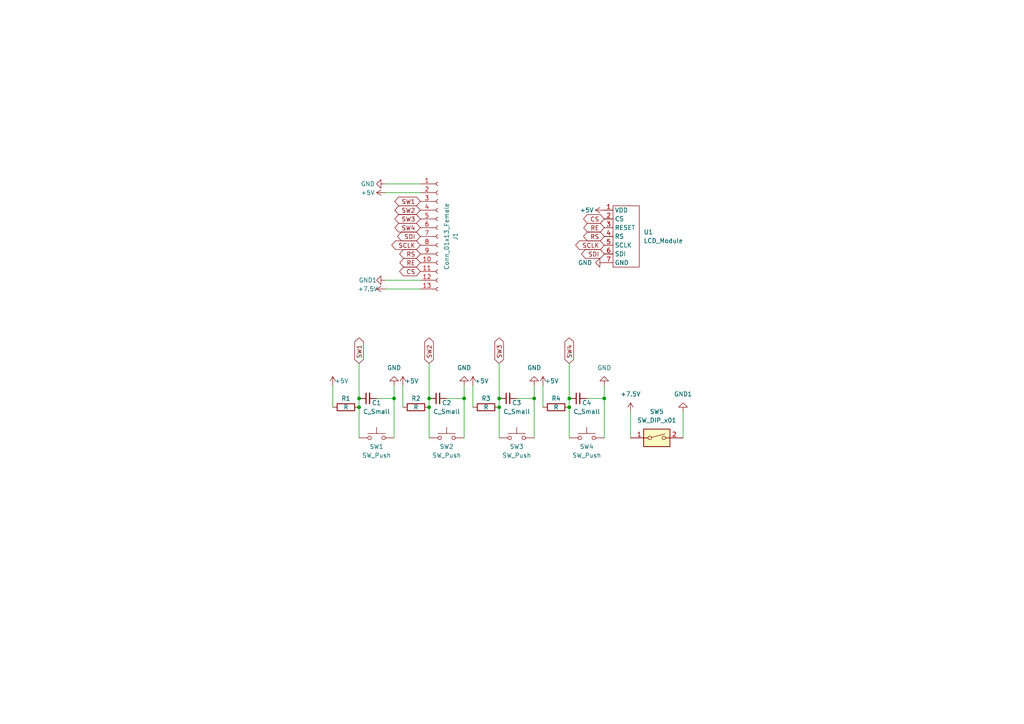
<source format=kicad_sch>
(kicad_sch (version 20211123) (generator eeschema)
  (paper "A4")
  (lib_symbols
    (symbol "Connector:Conn_01x13_Female" (pin_names (offset 1.016) hide)
      (property "Reference" "J" (at 0 17.78 0))
      (property "Value" "Conn_01x13_Female" (at 0 -17.78 0))
      (symbol "Conn_01x13_Female_1_1"
        (arc (start 0 -14.732) (mid -0.508 -15.24) (end 0 -15.748) (stroke (width 0.1524)))
        (arc (start 0 -12.192) (mid -0.508 -12.7) (end 0 -13.208) (stroke (width 0.1524)))
        (arc (start 0 -9.652) (mid -0.508 -10.16) (end 0 -10.668) (stroke (width 0.1524)))
        (arc (start 0 -7.112) (mid -0.508 -7.62) (end 0 -8.128) (stroke (width 0.1524)))
        (arc (start 0 -4.572) (mid -0.508 -5.08) (end 0 -5.588) (stroke (width 0.1524)))
        (arc (start 0 -2.032) (mid -0.508 -2.54) (end 0 -3.048) (stroke (width 0.1524)))
        (polyline (pts (xy -1.27 -15.24) (xy -0.508 -15.24)) (stroke (width 0.1524)))
        (polyline (pts (xy -1.27 -12.7) (xy -0.508 -12.7)) (stroke (width 0.1524)))
        (polyline (pts (xy -1.27 -10.16) (xy -0.508 -10.16)) (stroke (width 0.1524)))
        (polyline (pts (xy -1.27 -7.62) (xy -0.508 -7.62)) (stroke (width 0.1524)))
        (polyline (pts (xy -1.27 -5.08) (xy -0.508 -5.08)) (stroke (width 0.1524)))
        (polyline (pts (xy -1.27 -2.54) (xy -0.508 -2.54)) (stroke (width 0.1524)))
        (polyline (pts (xy -1.27 0) (xy -0.508 0)) (stroke (width 0.1524)))
        (polyline (pts (xy -1.27 2.54) (xy -0.508 2.54)) (stroke (width 0.1524)))
        (polyline (pts (xy -1.27 5.08) (xy -0.508 5.08)) (stroke (width 0.1524)))
        (polyline (pts (xy -1.27 7.62) (xy -0.508 7.62)) (stroke (width 0.1524)))
        (polyline (pts (xy -1.27 10.16) (xy -0.508 10.16)) (stroke (width 0.1524)))
        (polyline (pts (xy -1.27 12.7) (xy -0.508 12.7)) (stroke (width 0.1524)))
        (polyline (pts (xy -1.27 15.24) (xy -0.508 15.24)) (stroke (width 0.1524)))
        (arc (start 0 0.508) (mid -0.508 0) (end 0 -0.508) (stroke (width 0.1524)))
        (arc (start 0 3.048) (mid -0.508 2.54) (end 0 2.032) (stroke (width 0.1524)))
        (arc (start 0 5.588) (mid -0.508 5.08) (end 0 4.572) (stroke (width 0.1524)))
        (arc (start 0 8.128) (mid -0.508 7.62) (end 0 7.112) (stroke (width 0.1524)))
        (arc (start 0 10.668) (mid -0.508 10.16) (end 0 9.652) (stroke (width 0.1524)))
        (arc (start 0 13.208) (mid -0.508 12.7) (end 0 12.192) (stroke (width 0.1524)))
        (arc (start 0 15.748) (mid -0.508 15.24) (end 0 14.732) (stroke (width 0.1524)))
        (pin passive line (at -5.08 15.24 0) (length 3.81) (name "Pin_1") (number "1"))
        (pin passive line (at -5.08 -7.62 0) (length 3.81) (name "Pin_10") (number "10"))
        (pin passive line (at -5.08 -10.16 0) (length 3.81) (name "Pin_11") (number "11"))
        (pin passive line (at -5.08 -12.7 0) (length 3.81) (name "Pin_12") (number "12"))
        (pin passive line (at -5.08 -15.24 0) (length 3.81) (name "Pin_13") (number "13"))
        (pin passive line (at -5.08 12.7 0) (length 3.81) (name "Pin_2") (number "2"))
        (pin passive line (at -5.08 10.16 0) (length 3.81) (name "Pin_3") (number "3"))
        (pin passive line (at -5.08 7.62 0) (length 3.81) (name "Pin_4") (number "4"))
        (pin passive line (at -5.08 5.08 0) (length 3.81) (name "Pin_5") (number "5"))
        (pin passive line (at -5.08 2.54 0) (length 3.81) (name "Pin_6") (number "6"))
        (pin passive line (at -5.08 0 0) (length 3.81) (name "Pin_7") (number "7"))
        (pin passive line (at -5.08 -2.54 0) (length 3.81) (name "Pin_8") (number "8"))
        (pin passive line (at -5.08 -5.08 0) (length 3.81) (name "Pin_9") (number "9"))
      )
    )
    (symbol "Device:C_Small" (pin_numbers hide) (pin_names (offset 0.254) hide)
      (property "Reference" "C" (at 0.254 1.778 0))
      (property "Value" "C_Small" (at 0.254 -2.032 0))
      (symbol "C_Small_0_1"
        (polyline (pts (xy -1.524 -0.508) (xy 1.524 -0.508)) (stroke (width 0.3302)))
        (polyline (pts (xy -1.524 0.508) (xy 1.524 0.508)) (stroke (width 0.3048)))
      )
      (symbol "C_Small_1_1"
        (pin passive line (at 0 2.54 270) (length 2.032) (name "~") (number "1"))
        (pin passive line (at 0 -2.54 90) (length 2.032) (name "~") (number "2"))
      )
    )
    (symbol "Device:R" (pin_numbers hide) (pin_names (offset 0))
      (property "Reference" "R" (at 2.032 0 90))
      (property "Value" "R" (at 0 0 90))
      (symbol "R_0_1"
        (rectangle (start -1.016 -2.54) (end 1.016 2.54) (stroke (width 0.254)))
      )
      (symbol "R_1_1"
        (pin passive line (at 0 3.81 270) (length 1.27) (name "~") (number "1"))
        (pin passive line (at 0 -3.81 90) (length 1.27) (name "~") (number "2"))
      )
    )
    (symbol "LCD_Module_sym:LCD_Module"
      (property "Reference" "U" (at 0 5.08 0))
      (property "Value" "LCD_Module" (at 0 2.54 0))
      (symbol "LCD_Module_0_1"
        (rectangle (start 0 0) (end 7.62 -17.78))
      )
      (symbol "LCD_Module_1_1"
        (pin bidirectional line (at -2.54 -1.27 0) (length 2.54) (name "VDD") (number "1"))
        (pin bidirectional line (at -2.54 -3.81 0) (length 2.54) (name "CS") (number "2"))
        (pin bidirectional line (at -2.54 -6.35 0) (length 2.54) (name "RESET") (number "3"))
        (pin bidirectional line (at -2.54 -8.89 0) (length 2.54) (name "RS") (number "4"))
        (pin bidirectional line (at -2.54 -11.43 0) (length 2.54) (name "SCLK") (number "5"))
        (pin bidirectional line (at -2.54 -13.97 0) (length 2.54) (name "SDI") (number "6"))
        (pin bidirectional line (at -2.54 -16.51 0) (length 2.54) (name "GND") (number "7"))
      )
    )
    (symbol "Switch:SW_DIP_x01" (pin_names (offset 0) hide)
      (property "Reference" "SW" (at 0 3.81 0))
      (property "Value" "SW_DIP_x01" (at 0 -3.81 0))
      (symbol "SW_DIP_x01_0_0"
        (circle (center -2.032 0) (radius 0.508))
        (polyline (pts (xy -1.524 0.127) (xy 2.3622 1.1684)))
        (circle (center 2.032 0) (radius 0.508))
      )
      (symbol "SW_DIP_x01_0_1"
        (rectangle (start -3.81 2.54) (end 3.81 -2.54) (stroke (width 0.254)) (fill (type background)))
      )
      (symbol "SW_DIP_x01_1_1"
        (pin passive line (at -7.62 0 0) (length 5.08) (name "~") (number "1"))
        (pin passive line (at 7.62 0 180) (length 5.08) (name "~") (number "2"))
      )
    )
    (symbol "Switch:SW_Push" (pin_numbers hide) (pin_names (offset 1.016) hide)
      (property "Reference" "SW" (at 1.27 2.54 0))
      (property "Value" "SW_Push" (at 0 -1.524 0))
      (symbol "SW_Push_0_1"
        (circle (center -2.032 0) (radius 0.508))
        (polyline (pts (xy 0 1.27) (xy 0 3.048)))
        (polyline (pts (xy 2.54 1.27) (xy -2.54 1.27)))
        (circle (center 2.032 0) (radius 0.508))
        (pin passive line (at -5.08 0 0) (length 2.54) (name "1") (number "1"))
        (pin passive line (at 5.08 0 180) (length 2.54) (name "2") (number "2"))
      )
    )
    (symbol "power:+5V" (power) (pin_names (offset 0))
      (property "Value" "+5V" (at 0 3.556 0))
      (symbol "+5V_0_1"
        (polyline (pts (xy -0.762 1.27) (xy 0 2.54)))
        (polyline (pts (xy 0 0) (xy 0 2.54)))
        (polyline (pts (xy 0 2.54) (xy 0.762 1.27)))
      )
      (symbol "+5V_1_1"
        (pin power_in line (at 0 0 90) (length 0) hide (name "+5V") (number "1"))
      )
    )
    (symbol "power:+7.5V" (power) (pin_names (offset 0))
      (property "Value" "+7.5V" (at 0 3.556 0))
      (symbol "+7.5V_0_1"
        (polyline (pts (xy -0.762 1.27) (xy 0 2.54)))
        (polyline (pts (xy 0 0) (xy 0 2.54)))
        (polyline (pts (xy 0 2.54) (xy 0.762 1.27)))
      )
      (symbol "+7.5V_1_1"
        (pin power_in line (at 0 0 90) (length 0) hide (name "+7.5V") (number "1"))
      )
    )
    (symbol "power:GND" (power) (pin_names (offset 0))
      (property "Value" "GND" (at 0 -3.81 0))
      (symbol "GND_0_1"
        (polyline (pts (xy 0 0) (xy 0 -1.27) (xy 1.27 -1.27) (xy 0 -2.54) (xy -1.27 -1.27) (xy 0 -1.27)))
      )
      (symbol "GND_1_1"
        (pin power_in line (at 0 0 270) (length 0) hide (name "GND") (number "1"))
      )
    )
    (symbol "power:GND1" (power) (pin_names (offset 0))
      (property "Value" "GND1" (at 0 -3.81 0))
      (symbol "GND1_0_1"
        (polyline (pts (xy 0 0) (xy 0 -1.27) (xy 1.27 -1.27) (xy 0 -2.54) (xy -1.27 -1.27) (xy 0 -1.27)))
      )
      (symbol "GND1_1_1"
        (pin power_in line (at 0 0 270) (length 0) hide (name "GND1") (number "1"))
      )
    )
  )
  (junction (at 134.62 115.57))
  (junction (at 154.94 115.57))
  (junction (at 175.26 115.57))
  (junction (at 165.1 115.57))
  (junction (at 124.46 115.57))
  (junction (at 124.46 118.11))
  (junction (at 144.78 118.11))
  (junction (at 104.14 115.57))
  (junction (at 114.3 115.57))
  (junction (at 104.14 118.11))
  (junction (at 144.78 115.57))
  (junction (at 165.1 118.11))
  (wire (pts (xy 144.78 105.41) (xy 144.78 115.57)))
  (wire (pts (xy 109.22 115.57) (xy 114.3 115.57)))
  (wire (pts (xy 121.92 55.88) (xy 111.76 55.88)))
  (wire (pts (xy 198.12 119.38) (xy 198.12 127)))
  (wire (pts (xy 175.26 115.57) (xy 175.26 127)))
  (wire (pts (xy 134.62 115.57) (xy 134.62 127)))
  (wire (pts (xy 144.78 115.57) (xy 144.78 118.11)))
  (wire (pts (xy 104.14 118.11) (xy 104.14 127)))
  (wire (pts (xy 165.1 115.57) (xy 165.1 118.11)))
  (wire (pts (xy 170.18 115.57) (xy 175.26 115.57)))
  (wire (pts (xy 114.3 115.57) (xy 114.3 127)))
  (wire (pts (xy 134.62 111.76) (xy 134.62 115.57)))
  (wire (pts (xy 121.92 81.28) (xy 111.76 81.28)))
  (wire (pts (xy 182.88 119.38) (xy 182.88 127)))
  (wire (pts (xy 121.92 53.34) (xy 111.76 53.34)))
  (wire (pts (xy 104.14 105.41) (xy 104.14 115.57)))
  (wire (pts (xy 124.46 105.41) (xy 124.46 115.57)))
  (wire (pts (xy 154.94 115.57) (xy 154.94 127)))
  (wire (pts (xy 104.14 115.57) (xy 104.14 118.11)))
  (wire (pts (xy 121.92 83.82) (xy 111.76 83.82)))
  (wire (pts (xy 149.86 115.57) (xy 154.94 115.57)))
  (wire (pts (xy 154.94 111.76) (xy 154.94 115.57)))
  (wire (pts (xy 129.54 115.57) (xy 134.62 115.57)))
  (wire (pts (xy 124.46 118.11) (xy 124.46 127)))
  (wire (pts (xy 114.3 111.76) (xy 114.3 115.57)))
  (wire (pts (xy 96.52 111.76) (xy 96.52 118.11)))
  (wire (pts (xy 137.16 111.76) (xy 137.16 118.11)))
  (wire (pts (xy 124.46 115.57) (xy 124.46 118.11)))
  (wire (pts (xy 175.26 111.76) (xy 175.26 115.57)))
  (wire (pts (xy 165.1 118.11) (xy 165.1 127)))
  (wire (pts (xy 144.78 118.11) (xy 144.78 127)))
  (wire (pts (xy 165.1 105.41) (xy 165.1 115.57)))
  (wire (pts (xy 157.48 111.76) (xy 157.48 118.11)))
  (wire (pts (xy 116.84 111.76) (xy 116.84 118.11)))
  (global_label "SDI" (shape bidirectional) (at 175.26 73.66 180) (property "Intersheet References" "${INTERSHEET_REFS}" (effects hide)))
  (global_label "CS" (shape bidirectional) (at 175.26 63.5 180) (property "Intersheet References" "${INTERSHEET_REFS}" (effects hide)))
  (global_label "SW1" (shape bidirectional) (at 104.14 105.41 90) (property "Intersheet References" "${INTERSHEET_REFS}" (effects hide)))
  (global_label "SW2" (shape bidirectional) (at 121.92 60.96 180) (property "Intersheet References" "${INTERSHEET_REFS}" (effects hide)))
  (global_label "RE" (shape bidirectional) (at 121.92 76.2 180) (property "Intersheet References" "${INTERSHEET_REFS}" (effects hide)))
  (global_label "SW2" (shape bidirectional) (at 124.46 105.41 90) (property "Intersheet References" "${INTERSHEET_REFS}" (effects hide)))
  (global_label "SW3" (shape bidirectional) (at 144.78 105.41 90) (property "Intersheet References" "${INTERSHEET_REFS}" (effects hide)))
  (global_label "SDI" (shape bidirectional) (at 121.92 68.58 180) (property "Intersheet References" "${INTERSHEET_REFS}" (effects hide)))
  (global_label "RS" (shape bidirectional) (at 175.26 68.58 180) (property "Intersheet References" "${INTERSHEET_REFS}" (effects hide)))
  (global_label "RE" (shape bidirectional) (at 175.26 66.04 180) (property "Intersheet References" "${INTERSHEET_REFS}" (effects hide)))
  (global_label "SCLK" (shape bidirectional) (at 121.92 71.12 180) (property "Intersheet References" "${INTERSHEET_REFS}" (effects hide)))
  (global_label "RS" (shape bidirectional) (at 121.92 73.66 180) (property "Intersheet References" "${INTERSHEET_REFS}" (effects hide)))
  (global_label "SW4" (shape bidirectional) (at 121.92 66.04 180) (property "Intersheet References" "${INTERSHEET_REFS}" (effects hide)))
  (global_label "SW1" (shape bidirectional) (at 121.92 58.42 180) (property "Intersheet References" "${INTERSHEET_REFS}" (effects hide)))
  (global_label "CS" (shape bidirectional) (at 121.92 78.74 180) (property "Intersheet References" "${INTERSHEET_REFS}" (effects hide)))
  (global_label "SCLK" (shape bidirectional) (at 175.26 71.12 180) (property "Intersheet References" "${INTERSHEET_REFS}" (effects hide)))
  (global_label "SW3" (shape bidirectional) (at 121.92 63.5 180) (property "Intersheet References" "${INTERSHEET_REFS}" (effects hide)))
  (global_label "SW4" (shape bidirectional) (at 165.1 105.41 90) (property "Intersheet References" "${INTERSHEET_REFS}" (effects hide)))
  (symbol (lib_id "Device:C_Small") (at 106.68 115.57 90) (unit 1)
    (property "Reference" "C1" (at 109.22 116.84 90))
    (property "Value" "C_Small" (at 109.22 119.38 90))
    (property "Footprint" "Capacitor_THT:C_Disc_D3.4mm_W2.1mm_P2.50mm" (effects hide))
  )
  (symbol (lib_id "power:+5V") (at 111.76 55.88 90) (unit 1)
    (property "Reference" "#PWR0114" (effects hide))
    (property "Value" "+5V" (at 106.68 55.88 90))
  )
  (symbol (lib_id "power:+7.5V") (at 111.76 83.82 90) (unit 1)
    (property "Reference" "#PWR0112" (effects hide))
    (property "Value" "+7.5V" (at 106.68 83.82 90))
  )
  (symbol (lib_id "power:GND") (at 154.94 111.76 180) (unit 1)
    (property "Reference" "#PWR0104" (effects hide))
    (property "Value" "GND" (at 154.94 106.68 0))
  )
  (symbol (lib_id "power:GND") (at 175.26 111.76 180) (unit 1)
    (property "Reference" "#PWR0108" (effects hide))
    (property "Value" "GND" (at 175.26 106.68 0))
  )
  (symbol (lib_id "power:+5V") (at 96.52 111.76 0) (unit 1)
    (property "Reference" "#PWR0116" (effects hide))
    (property "Value" "+5V" (at 99.06 110.49 0))
  )
  (symbol (lib_id "Connector:Conn_01x13_Female") (at 127 68.58 0) (unit 1)
    (property "Reference" "J1" (at 132.08 68.58 90))
    (property "Value" "Conn_01x13_Female" (at 129.54 68.58 90))
    (property "Footprint" "Connector_PinSocket_2.54mm:PinSocket_1x13_P2.54mm_Vertical" (effects hide))
  )
  (symbol (lib_id "power:+5V") (at 116.84 111.76 0) (unit 1)
    (property "Reference" "#PWR0109" (effects hide))
    (property "Value" "+5V" (at 119.38 110.49 0))
  )
  (symbol (lib_id "Device:R") (at 120.65 118.11 90) (unit 1)
    (property "Reference" "R2" (at 120.65 115.57 90))
    (property "Value" "R" (at 120.65 118.11 90))
    (property "Footprint" "Resistor_THT:R_Axial_DIN0204_L3.6mm_D1.6mm_P5.08mm_Horizontal" (effects hide))
  )
  (symbol (lib_id "Switch:SW_Push") (at 170.18 127 0) (unit 1)
    (property "Reference" "SW4" (at 170.18 129.54 0))
    (property "Value" "SW_Push" (at 170.18 132.08 0))
    (property "Footprint" "Button_Switch_THT:SW_PUSH_6mm" (effects hide))
  )
  (symbol (lib_id "power:+5V") (at 157.48 111.76 0) (unit 1)
    (property "Reference" "#PWR0105" (effects hide))
    (property "Value" "+5V" (at 160.02 110.49 0))
  )
  (symbol (lib_id "Device:C_Small") (at 167.64 115.57 90) (unit 1)
    (property "Reference" "C4" (at 170.18 116.84 90))
    (property "Value" "C_Small" (at 170.18 119.38 90))
    (property "Footprint" "Capacitor_THT:C_Disc_D3.4mm_W2.1mm_P2.50mm" (effects hide))
  )
  (symbol (lib_id "power:GND") (at 114.3 111.76 180) (unit 1)
    (property "Reference" "#PWR0110" (effects hide))
    (property "Value" "GND" (at 114.3 106.68 0))
  )
  (symbol (lib_id "power:+5V") (at 175.26 60.96 90) (unit 1)
    (property "Reference" "#PWR0106" (effects hide))
    (property "Value" "+5V" (at 170.18 60.96 90))
  )
  (symbol (lib_id "Device:R") (at 140.97 118.11 90) (unit 1)
    (property "Reference" "R3" (at 140.97 115.57 90))
    (property "Value" "R" (at 140.97 118.11 90))
    (property "Footprint" "Resistor_THT:R_Axial_DIN0204_L3.6mm_D1.6mm_P5.08mm_Horizontal" (effects hide))
  )
  (symbol (lib_id "power:GND1") (at 198.12 119.38 180) (unit 1)
    (property "Reference" "#PWR0101" (effects hide))
    (property "Value" "GND1" (at 198.12 114.3 0))
  )
  (symbol (lib_id "Device:C_Small") (at 147.32 115.57 90) (unit 1)
    (property "Reference" "C3" (at 149.86 116.84 90))
    (property "Value" "C_Small" (at 149.86 119.38 90))
    (property "Footprint" "Capacitor_THT:C_Disc_D3.4mm_W2.1mm_P2.50mm" (effects hide))
  )
  (symbol (lib_id "Switch:SW_DIP_x01") (at 190.5 127 0) (unit 1)
    (property "Reference" "SW5" (at 190.5 119.38 0))
    (property "Value" "SW_DIP_x01" (at 190.5 121.92 0))
    (property "Footprint" "Lib:DS-850k" (effects hide))
  )
  (symbol (lib_id "LCD_Module_sym:LCD_Module") (at 177.8 59.69 0) (unit 1)
    (property "Reference" "U1" (at 186.69 67.3099 0) (effects (justify left)))
    (property "Value" "LCD_Module" (at 186.69 69.8499 0) (effects (justify left)))
    (property "Footprint" "Connector_PinSocket_2.54mm:PinSocket_1x07_P2.54mm_Vertical" (effects hide))
  )
  (symbol (lib_id "power:+7.5V") (at 182.88 119.38 0) (unit 1)
    (property "Reference" "#PWR0102" (effects hide))
    (property "Value" "+7.5V" (at 182.88 114.3 0))
  )
  (symbol (lib_id "Switch:SW_Push") (at 109.22 127 0) (unit 1)
    (property "Reference" "SW1" (at 109.22 129.54 0))
    (property "Value" "SW_Push" (at 109.22 132.08 0))
    (property "Footprint" "Button_Switch_THT:SW_PUSH_6mm" (effects hide))
  )
  (symbol (lib_id "power:GND") (at 175.26 76.2 270) (unit 1)
    (property "Reference" "#PWR0107" (effects hide))
    (property "Value" "GND" (at 167.64 76.2 90) (effects (justify left)))
  )
  (symbol (lib_id "power:GND") (at 134.62 111.76 180) (unit 1)
    (property "Reference" "#PWR0111" (effects hide))
    (property "Value" "GND" (at 134.62 106.68 0))
  )
  (symbol (lib_id "power:GND") (at 111.76 53.34 270) (unit 1)
    (property "Reference" "#PWR0115" (effects hide))
    (property "Value" "GND" (at 106.68 53.34 90))
  )
  (symbol (lib_id "Device:R") (at 100.33 118.11 90) (unit 1)
    (property "Reference" "R1" (at 100.33 115.57 90))
    (property "Value" "R" (at 100.33 118.11 90))
    (property "Footprint" "Resistor_THT:R_Axial_DIN0204_L3.6mm_D1.6mm_P5.08mm_Horizontal" (effects hide))
  )
  (symbol (lib_id "Device:R") (at 161.29 118.11 90) (unit 1)
    (property "Reference" "R4" (at 161.29 115.57 90))
    (property "Value" "R" (at 161.29 118.11 90))
    (property "Footprint" "Resistor_THT:R_Axial_DIN0204_L3.6mm_D1.6mm_P5.08mm_Horizontal" (effects hide))
  )
  (symbol (lib_id "power:GND1") (at 111.76 81.28 270) (unit 1)
    (property "Reference" "#PWR0113" (effects hide))
    (property "Value" "GND1" (at 106.68 81.28 90))
  )
  (symbol (lib_id "Switch:SW_Push") (at 129.54 127 0) (unit 1)
    (property "Reference" "SW2" (at 129.54 129.54 0))
    (property "Value" "SW_Push" (at 129.54 132.08 0))
    (property "Footprint" "Button_Switch_THT:SW_PUSH_6mm" (effects hide))
  )
  (symbol (lib_id "Device:C_Small") (at 127 115.57 90) (unit 1)
    (property "Reference" "C2" (at 129.54 116.84 90))
    (property "Value" "C_Small" (at 129.54 119.38 90))
    (property "Footprint" "Capacitor_THT:C_Disc_D3.4mm_W2.1mm_P2.50mm" (effects hide))
  )
  (symbol (lib_id "Switch:SW_Push") (at 149.86 127 0) (unit 1)
    (property "Reference" "SW3" (at 149.86 129.54 0))
    (property "Value" "SW_Push" (at 149.86 132.08 0))
    (property "Footprint" "Button_Switch_THT:SW_PUSH_6mm" (effects hide))
  )
  (symbol (lib_id "power:+5V") (at 137.16 111.76 0) (unit 1)
    (property "Reference" "#PWR0103" (effects hide))
    (property "Value" "+5V" (at 139.7 110.49 0))
  )
)
</source>
